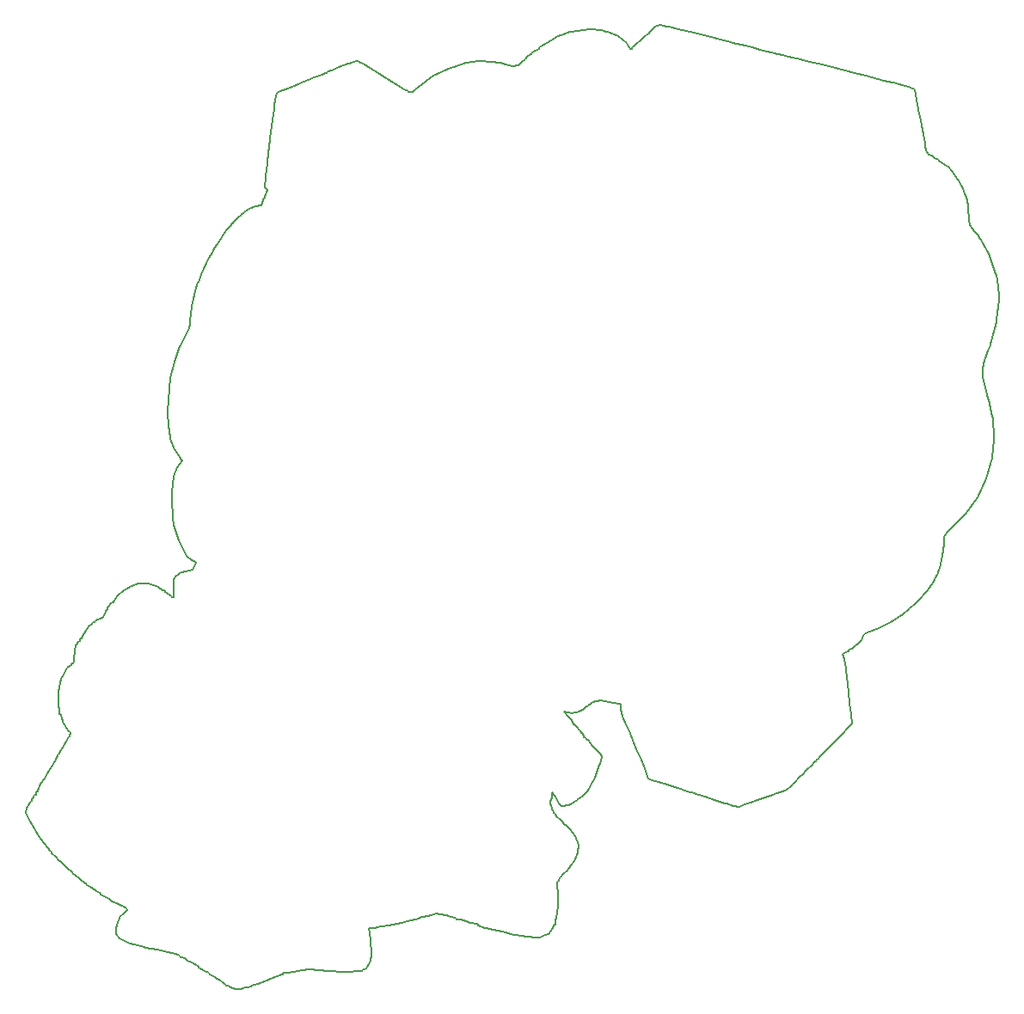
<source format=gbr>
%TF.GenerationSoftware,KiCad,Pcbnew,9.0.0*%
%TF.CreationDate,2025-12-18T00:51:24+08:00*%
%TF.ProjectId,hnr26-badge,686e7232-362d-4626-9164-67652e6b6963,0.0.14*%
%TF.SameCoordinates,Original*%
%TF.FileFunction,Profile,NP*%
%FSLAX46Y46*%
G04 Gerber Fmt 4.6, Leading zero omitted, Abs format (unit mm)*
G04 Created by KiCad (PCBNEW 9.0.0) date 2025-12-18 00:51:24*
%MOMM*%
%LPD*%
G01*
G04 APERTURE LIST*
%TA.AperFunction,Profile*%
%ADD10C,0.200000*%
%TD*%
G04 APERTURE END LIST*
D10*
X177595724Y-119985368D02*
X177393479Y-120235912D01*
X99556705Y-123666130D02*
X99711029Y-123375970D01*
X102130987Y-133508771D02*
X102001188Y-133421231D01*
X104995545Y-108354960D02*
X105031766Y-108204032D01*
X172024495Y-52895548D02*
X172499876Y-53014382D01*
X174695373Y-53551314D02*
X175854384Y-53833232D01*
X149139579Y-126128199D02*
X149133546Y-126508540D01*
X107147862Y-137333297D02*
X107410479Y-137091812D01*
X130544860Y-143128829D02*
X128886878Y-143216440D01*
X190035445Y-66816336D02*
X190222823Y-67715672D01*
X130399768Y-53634187D02*
X130483723Y-53650035D01*
X101327779Y-113580684D02*
X101513524Y-113255994D01*
X100745458Y-121685001D02*
X100842052Y-121443516D01*
X144647454Y-53827377D02*
X144732353Y-53823991D01*
X152312106Y-117356198D02*
X152194951Y-117420717D01*
X106058084Y-106761152D02*
X106096761Y-106677764D01*
X104077897Y-108741339D02*
X104222788Y-108741339D01*
X150854135Y-118035378D02*
X151213346Y-118426812D01*
X186167034Y-105731919D02*
X185362486Y-106616087D01*
X149332849Y-127190738D02*
X149429443Y-127577116D01*
X142086614Y-53497752D02*
X143409091Y-53538286D01*
X117214821Y-144529560D02*
X117166524Y-144432964D01*
X176974631Y-120664462D02*
X176882397Y-120754730D01*
X151590528Y-129808541D02*
X151856732Y-130645541D01*
X185991718Y-61543909D02*
X186036062Y-61809164D01*
X159068336Y-50402647D02*
X159304537Y-50181159D01*
X151494071Y-118817189D02*
X151795931Y-119173381D01*
X151460945Y-132267980D02*
X151104565Y-132733030D01*
X149624152Y-138001012D02*
X149625475Y-138117984D01*
X120885238Y-66915923D02*
X120981832Y-66915923D01*
X113755375Y-77701303D02*
X113772044Y-77581822D01*
X103809316Y-134815816D02*
X103498402Y-134628664D01*
X127115555Y-54648423D02*
X127115555Y-54551829D01*
X175854384Y-53833232D02*
X176850515Y-54089812D01*
X141991366Y-138637165D02*
X141991366Y-138492271D01*
X100648864Y-121733298D02*
X100745458Y-121685001D01*
X176882397Y-120754730D02*
X176787092Y-120849271D01*
X171483102Y-125563701D02*
X171149929Y-125678405D01*
X163230692Y-50690889D02*
X164551321Y-51021046D01*
X162568513Y-125388467D02*
X161754227Y-125122987D01*
X172901833Y-124824149D02*
X172805239Y-124824149D01*
X146911388Y-52951999D02*
X147016660Y-52873138D01*
X149912415Y-134242129D02*
X149815821Y-134290429D01*
X177903026Y-111958594D02*
X177939814Y-112067639D01*
X184058118Y-55896437D02*
X184158607Y-55921599D01*
X120643751Y-67688680D02*
X120885238Y-66915923D01*
X97412948Y-127577265D02*
X97569915Y-127000717D01*
X157428604Y-120857738D02*
X157067134Y-119951975D01*
X152840359Y-116966801D02*
X152718484Y-117068869D01*
X156190988Y-117917644D02*
X156139294Y-117810292D01*
X189610181Y-65836244D02*
X189999436Y-66722560D01*
X146174278Y-139677053D02*
X145794964Y-139603126D01*
X151848311Y-131417302D02*
X151554520Y-132117051D01*
X102782245Y-134058905D02*
X102290970Y-133614422D01*
X184061108Y-107769184D02*
X183913577Y-107871816D01*
X121735518Y-143767858D02*
X120962198Y-144096689D01*
X172765999Y-124911689D02*
X172350569Y-125254864D01*
X140778264Y-53646180D02*
X142086614Y-53497752D01*
X98137419Y-125983456D02*
X98234013Y-125983456D01*
X101125799Y-118551717D02*
X101083540Y-118400788D01*
X106180975Y-136347352D02*
X105924774Y-136218307D01*
X100117595Y-122747540D02*
X100214189Y-122506055D01*
X101798866Y-113024702D02*
X101904514Y-112991497D01*
X179180449Y-111011136D02*
X179095930Y-111098676D01*
X107886538Y-105181590D02*
X108569540Y-104974153D01*
X178455991Y-111590705D02*
X178356379Y-111626926D01*
X189981754Y-98113742D02*
X188513828Y-99549596D01*
X106540475Y-106097202D02*
X107120623Y-105650316D01*
X149839337Y-135367496D02*
X149874476Y-136644293D01*
X112819680Y-92803248D02*
X112745348Y-92726842D01*
X113768831Y-102648149D02*
X113308687Y-102191026D01*
X139703284Y-137897624D02*
X138996937Y-137719527D01*
X178685393Y-117492022D02*
X178701030Y-117633394D01*
X163759697Y-125774290D02*
X163437086Y-125671235D01*
X141309168Y-138401715D02*
X141136731Y-138350775D01*
X120981824Y-65901681D02*
X121050687Y-64907060D01*
X97827613Y-128244241D02*
X97412948Y-127577265D01*
X187740079Y-102262777D02*
X187439278Y-103428470D01*
X115723645Y-143533437D02*
X115572716Y-143467027D01*
X138996937Y-137622931D02*
X138812804Y-137607850D01*
X191696955Y-83800263D02*
X191683844Y-84624043D01*
X114425278Y-142633329D02*
X113785717Y-142307886D01*
X114523774Y-75081930D02*
X114724320Y-74438218D01*
X142812420Y-138878639D02*
X142670545Y-138863558D01*
X116082856Y-143732663D02*
X115723645Y-143533437D01*
X150435382Y-128606069D02*
X150673096Y-128790579D01*
X149236173Y-125500333D02*
X149236173Y-126128199D01*
X121072383Y-64745429D02*
X121141807Y-64235427D01*
X156583402Y-118823216D02*
X156243061Y-118031973D01*
X135084599Y-56532021D02*
X135586251Y-56486177D01*
X120042705Y-67786393D02*
X120643751Y-67688680D01*
X181441832Y-109369007D02*
X180306379Y-109719185D01*
X117501412Y-69777536D02*
X117570651Y-69686564D01*
X151409553Y-118642112D02*
X151409553Y-118787005D01*
X187288359Y-103854089D02*
X187254810Y-103947651D01*
X150932615Y-126762100D02*
X150202117Y-126900953D01*
X130483723Y-53650035D02*
X130795201Y-53815302D01*
X115427650Y-73001377D02*
X115512547Y-72844598D01*
X170984144Y-125735383D02*
X169504993Y-126271931D01*
X120962198Y-144096689D02*
X120331503Y-144402135D01*
X154017603Y-122699095D02*
X153921009Y-122699095D01*
X156243061Y-118031973D02*
X156190988Y-117917644D01*
X152309085Y-125832377D02*
X151699332Y-126273090D01*
X184206391Y-107666553D02*
X184061108Y-107769184D01*
X113281615Y-142000004D02*
X113157854Y-141969818D01*
X130795201Y-53815302D02*
X131350431Y-54152063D01*
X123675131Y-55969640D02*
X124489394Y-55635498D01*
X152423794Y-120091029D02*
X152517370Y-120106137D01*
X146627641Y-53199522D02*
X146724237Y-53199522D01*
X149332547Y-138878666D02*
X149293304Y-138990354D01*
X187439278Y-103428470D02*
X187400648Y-103539920D01*
X150541792Y-133418622D02*
X150284077Y-133665018D01*
X185440327Y-58692760D02*
X185477897Y-58889631D01*
X133201569Y-138670107D02*
X131897242Y-138782077D01*
X182609553Y-108741167D02*
X182496735Y-108813800D01*
X112030914Y-94307886D02*
X112332517Y-93540014D01*
X109197478Y-140714091D02*
X109118994Y-140710334D01*
X192214551Y-82031079D02*
X191953222Y-82766302D01*
X178411454Y-114880286D02*
X178488056Y-115644466D01*
X128310158Y-54086153D02*
X129162152Y-53742851D01*
X139866288Y-138009299D02*
X139866288Y-137912705D01*
X144647454Y-53730783D02*
X144647454Y-53827377D01*
X112674881Y-141728333D02*
X112626584Y-141583439D01*
X102332369Y-111227445D02*
X102387492Y-110963013D01*
X183725723Y-55811895D02*
X184058118Y-55896437D01*
X137842391Y-137459334D02*
X137403129Y-137574644D01*
X104416050Y-135256516D02*
X104416050Y-135159922D01*
X151648016Y-126387795D02*
X151190893Y-126623057D01*
X147207207Y-52716549D02*
X147539251Y-52469027D01*
X185027842Y-56433927D02*
X185050596Y-56552087D01*
X185169790Y-57208005D02*
X185187782Y-57309787D01*
X138996937Y-137719527D02*
X138996937Y-137622931D01*
X134713503Y-56253558D02*
X135084599Y-56435427D01*
X167061039Y-51643223D02*
X167912766Y-51864881D01*
X113658781Y-78999291D02*
X113755375Y-77701303D01*
X129252401Y-53706651D02*
X129516458Y-53601730D01*
X192535808Y-81071937D02*
X192463365Y-81317385D01*
X149627062Y-138233443D02*
X149574045Y-138540584D01*
X171208793Y-52692208D02*
X171486410Y-52761446D01*
X149565197Y-125910860D02*
X149500761Y-125805646D01*
X111696768Y-90714392D02*
X111660735Y-90580396D01*
X158203510Y-51196909D02*
X158296024Y-51109866D01*
X112674855Y-81439694D02*
X113545031Y-79795334D01*
X122678635Y-143432983D02*
X121735518Y-143767858D01*
X111838643Y-96000866D02*
X112030914Y-94307886D01*
X166488868Y-126645483D02*
X166294751Y-126583705D01*
X190723996Y-70151664D02*
X190868882Y-70199964D01*
X179421936Y-110866245D02*
X179180449Y-111011136D01*
X133056306Y-55226299D02*
X133620024Y-55571736D01*
X158798546Y-50736389D02*
X158798546Y-50639792D01*
X104310399Y-135144841D02*
X103809316Y-134815816D01*
X158346985Y-122997084D02*
X158035338Y-122294204D01*
X187343102Y-63293456D02*
X187472906Y-63330246D01*
X102870536Y-134127580D02*
X102782245Y-134058905D01*
X188513828Y-99549596D02*
X188105977Y-99908386D01*
X166294751Y-126583705D02*
X165784506Y-126420746D01*
X101904514Y-112991497D02*
X101952814Y-112846606D01*
X179727200Y-110527140D02*
X179421936Y-110866245D01*
X156727803Y-51817039D02*
X156963250Y-52281900D01*
X153297106Y-124385536D02*
X153246888Y-124488449D01*
X107120623Y-105650316D02*
X107265516Y-105538628D01*
X106347950Y-138685621D02*
X106444544Y-138685621D01*
X104802426Y-135546301D02*
X104802426Y-135449707D01*
X190382132Y-69593966D02*
X190639488Y-69973568D01*
X111705490Y-84726431D02*
X112065375Y-83109164D01*
X151554520Y-132117051D02*
X151460945Y-132267980D01*
X159443885Y-124395133D02*
X159126179Y-124305331D01*
X190310850Y-69143190D02*
X190382132Y-69593966D01*
X156963250Y-52281900D02*
X157156441Y-52233603D01*
X116310879Y-71453942D02*
X117214647Y-70151839D01*
X122012838Y-57252325D02*
X122157353Y-56583332D01*
X156625171Y-51702334D02*
X156727803Y-51817039D01*
X148062174Y-139836846D02*
X147639123Y-139856686D01*
X114220297Y-102897373D02*
X114096536Y-102809835D01*
X157067134Y-119951975D02*
X156867148Y-119511452D01*
X149812831Y-134697937D02*
X149811508Y-134812546D01*
X149293304Y-138990354D02*
X148994465Y-139361638D01*
X173132193Y-124592660D02*
X173046727Y-124679258D01*
X111994040Y-106124706D02*
X111982716Y-105556551D01*
X101056372Y-121088076D02*
X101255598Y-120761316D01*
X151928746Y-119306199D02*
X152037416Y-119414869D01*
X110514826Y-105238847D02*
X110694618Y-105457126D01*
X115572716Y-143467027D02*
X115524419Y-143322136D01*
X115930432Y-72074106D02*
X116248702Y-71552459D01*
X102677277Y-110576635D02*
X102822168Y-110576635D01*
X150347090Y-128591358D02*
X150435382Y-128606069D01*
X157542819Y-51798928D02*
X157766194Y-51599702D01*
X103498402Y-134628664D02*
X103450105Y-134532070D01*
X127264221Y-54496928D02*
X127465712Y-54422030D01*
X150284077Y-133665018D02*
X150161073Y-133784813D01*
X123046715Y-143309584D02*
X122769006Y-143322046D01*
X105641590Y-136014179D02*
X105312566Y-135811934D01*
X179051261Y-54634157D02*
X180136520Y-54909307D01*
X112626489Y-103911614D02*
X112754968Y-103832755D01*
X102387492Y-110963013D02*
X102484089Y-110914716D01*
X129672363Y-53539709D02*
X130037202Y-53461328D01*
X148897871Y-139458232D02*
X148606769Y-139560676D01*
X135084599Y-56435427D02*
X135084599Y-56532021D01*
X114510175Y-142645976D02*
X114425278Y-142633329D01*
X175123508Y-122457584D02*
X175087284Y-122541351D01*
X113650870Y-79348504D02*
X113654706Y-79180181D01*
X105031766Y-108204032D02*
X105285327Y-107727097D01*
X189558746Y-65732467D02*
X189610181Y-65836244D01*
X146482750Y-53344413D02*
X146579344Y-53344413D01*
X158477562Y-50937570D02*
X158798546Y-50736389D01*
X165784506Y-126420746D02*
X165278229Y-126259292D01*
X108617837Y-104925856D02*
X109510338Y-104915703D01*
X127115555Y-54551829D02*
X127264221Y-54496928D01*
X178757963Y-118145148D02*
X178770266Y-118254061D01*
X159126179Y-124305331D02*
X158750741Y-124147989D01*
X163437086Y-125671235D02*
X163291938Y-125624928D01*
X152879115Y-50337911D02*
X153051706Y-50338705D01*
X103208618Y-134387176D02*
X102870536Y-134127580D01*
X105469461Y-107455426D02*
X105526814Y-107340719D01*
X111805456Y-106278180D02*
X111998644Y-106278180D01*
X136147400Y-137961023D02*
X135074928Y-138229257D01*
X192076994Y-86282947D02*
X192221880Y-86765919D01*
X114026919Y-102760596D02*
X113768831Y-102648149D01*
X118518673Y-68702921D02*
X118615267Y-68702921D01*
X177876425Y-111880487D02*
X177903026Y-111958594D01*
X109510338Y-104915703D02*
X110356539Y-105167344D01*
X106444544Y-138685621D02*
X106459626Y-138519600D01*
X107410479Y-137091812D02*
X107313885Y-136898624D01*
X150048135Y-133892826D02*
X149912415Y-134242129D01*
X189296677Y-65265909D02*
X189558746Y-65732467D01*
X139866288Y-137912705D02*
X139703284Y-137897624D01*
X98747727Y-129794219D02*
X98372855Y-129245027D01*
X153679524Y-121395069D02*
X154085506Y-121818621D01*
X101807997Y-119994599D02*
X101856294Y-119559923D01*
X178600909Y-118980182D02*
X178410740Y-119167335D01*
X102146002Y-112798309D02*
X102162036Y-112617570D01*
X119183972Y-144736639D02*
X118663739Y-144770977D01*
X151213346Y-118426812D02*
X151264662Y-118642112D01*
X191683844Y-84624043D02*
X192076994Y-86282947D01*
X161754227Y-125122987D02*
X161654087Y-125090605D01*
X119629684Y-144674372D02*
X119282548Y-144722669D01*
X135745667Y-56353925D02*
X135826887Y-56288367D01*
X191548066Y-71102517D02*
X192130705Y-72183238D01*
X113308687Y-102191026D02*
X113233363Y-102080330D01*
X117383861Y-144577857D02*
X117214821Y-144529560D01*
X148185228Y-52010203D02*
X148740646Y-51657029D01*
X111979144Y-104610248D02*
X112134084Y-104298935D01*
X105768371Y-136077570D02*
X105641590Y-136014179D01*
X151940822Y-117579573D02*
X151188970Y-117702421D01*
X157766194Y-51599702D02*
X157887312Y-51490845D01*
X134269678Y-55966417D02*
X134713503Y-56253558D01*
X191953222Y-82766302D02*
X191894855Y-82935437D01*
X102001188Y-133324637D02*
X101915807Y-133286304D01*
X111177590Y-105795207D02*
X111313427Y-105837469D01*
X190723996Y-70055070D02*
X190723996Y-70151664D01*
X106830912Y-139989647D02*
X106694890Y-139908711D01*
X135586251Y-56486177D02*
X135745667Y-56353925D01*
X172878976Y-53109564D02*
X173421411Y-53238572D01*
X154050287Y-116487731D02*
X153278051Y-116613628D01*
X101856294Y-119559923D02*
X101663106Y-119463327D01*
X143409091Y-53538286D02*
X144647454Y-53730783D01*
X186349116Y-62715588D02*
X186715246Y-62810483D01*
X185030276Y-106950019D02*
X184589745Y-107340547D01*
X169504993Y-126271931D02*
X168836685Y-126500555D01*
X155760477Y-51009192D02*
X156625171Y-51702334D01*
X192646403Y-80700049D02*
X192535808Y-81071937D01*
X136147400Y-137864429D02*
X136147400Y-137961023D01*
X178745025Y-118028387D02*
X178757963Y-118145148D01*
X191146615Y-70559172D02*
X191225328Y-70666532D01*
X122157353Y-56583332D02*
X122479020Y-56435422D01*
X177393479Y-120235912D02*
X177296882Y-120235912D01*
X100310783Y-122457758D02*
X100648864Y-121733298D01*
X188115843Y-63776428D02*
X188260940Y-63891323D01*
X159426410Y-50060226D02*
X159538098Y-49945521D01*
X122754065Y-56328390D02*
X123039719Y-56224121D01*
X182851355Y-55590209D02*
X183499557Y-55754589D01*
X159304537Y-50181159D02*
X159426410Y-50060226D01*
X118213784Y-144871886D02*
X117746091Y-144819342D01*
X98894951Y-124697948D02*
X99270882Y-124152688D01*
X111660563Y-106133289D02*
X111805456Y-106181586D01*
X110356539Y-105167344D02*
X110514826Y-105238847D01*
X185252552Y-57680269D02*
X185440327Y-58692760D01*
X167912766Y-51864881D02*
X168323034Y-51964729D01*
X102315039Y-111340335D02*
X102332369Y-111227445D01*
X145414906Y-139530670D02*
X145290862Y-139506513D01*
X192819546Y-90778482D02*
X192655399Y-92464994D01*
X112332517Y-93540014D02*
X112819680Y-92803248D01*
X115512547Y-72844598D02*
X115651591Y-72589908D01*
X185187782Y-57309787D02*
X185252552Y-57680269D01*
X192062240Y-94573018D02*
X191172157Y-96433256D01*
X149574045Y-138540584D02*
X149477451Y-138540584D01*
X131897242Y-138878671D02*
X131269378Y-138926968D01*
X174277363Y-123409754D02*
X174175959Y-123510216D01*
X112754968Y-103832755D02*
X113233789Y-103761416D01*
X112772983Y-141770780D02*
X112674881Y-141728333D01*
X136151667Y-55995659D02*
X137605802Y-54927442D01*
X124489394Y-55635498D02*
X124657679Y-55566921D01*
X185098221Y-56812794D02*
X185169790Y-57208005D01*
X111480645Y-89394589D02*
X111452264Y-88193881D01*
X110761856Y-141076131D02*
X110380762Y-140979724D01*
X157156441Y-52137009D02*
X157319443Y-51989097D01*
X108123054Y-140518839D02*
X107718377Y-140436395D01*
X154314076Y-50467734D02*
X154596685Y-50543198D01*
X187472906Y-63330246D02*
X187874358Y-63574184D01*
X166225121Y-51439497D02*
X166906568Y-51605708D01*
X116248702Y-71552459D02*
X116310879Y-71453942D01*
X171149929Y-125678405D02*
X170984144Y-125735383D01*
X157156441Y-52233603D02*
X157156441Y-52137009D01*
X131329693Y-142301737D02*
X130979535Y-142887341D01*
X159538098Y-49945521D02*
X160054276Y-49915335D01*
X100917881Y-114324417D02*
X101158173Y-113933860D01*
X164297332Y-125946042D02*
X163759697Y-125774290D01*
X153099955Y-116758519D02*
X152840359Y-116966801D01*
X135074928Y-138229257D02*
X134482276Y-138379284D01*
X184444859Y-107485438D02*
X184206391Y-107666553D01*
X99664809Y-131042593D02*
X99248244Y-130523396D01*
X112065375Y-83109164D02*
X112626441Y-81549991D01*
X116538661Y-143998296D02*
X116248876Y-143853405D01*
X150377279Y-50813335D02*
X151080044Y-50588453D01*
X189155575Y-65064040D02*
X189296677Y-65265909D01*
X178488056Y-115644466D02*
X178503958Y-115801813D01*
X160649807Y-50047934D02*
X160802723Y-50083025D01*
X125237399Y-142986584D02*
X124773342Y-142999046D01*
X131473475Y-141543577D02*
X131365914Y-142066290D01*
X178503958Y-115801813D02*
X178685393Y-117492022D01*
X102580683Y-110673229D02*
X102677277Y-110576635D01*
X149625475Y-138117984D02*
X149627062Y-138233443D01*
X152520388Y-117241491D02*
X152430401Y-117290921D01*
X187873882Y-100385742D02*
X187849805Y-101061905D01*
X111660735Y-90580396D02*
X111480645Y-89394589D01*
X187400648Y-103539920D02*
X187288359Y-103854089D01*
X111313427Y-105837469D02*
X111660563Y-106133289D01*
X112143519Y-91837303D02*
X112071450Y-91713730D01*
X124773342Y-142999046D02*
X124623000Y-143002327D01*
X154596685Y-50543198D02*
X154737430Y-50580364D01*
X101321252Y-118991295D02*
X101125799Y-118551717D01*
X157427358Y-51897220D02*
X157542819Y-51798928D01*
X107313885Y-136898624D02*
X107072397Y-136802028D01*
X153278051Y-116613628D02*
X153099955Y-116758519D01*
X167108787Y-126858464D02*
X166488868Y-126645483D01*
X176850515Y-54089812D02*
X179051261Y-54634157D01*
X109197478Y-140810685D02*
X109197478Y-140714091D01*
X163291938Y-125624928D02*
X162568513Y-125388467D01*
X152182307Y-119559759D02*
X152182307Y-119656353D01*
X151699332Y-126273090D02*
X151648016Y-126387795D01*
X166906568Y-51605708D02*
X167061039Y-51643223D01*
X192655399Y-92464994D02*
X192629205Y-92597905D01*
X150161073Y-133784813D02*
X150048135Y-133892826D01*
X192248338Y-86856925D02*
X192656643Y-88504621D01*
X152616982Y-120139339D02*
X152665279Y-120284233D01*
X190222823Y-67715672D02*
X190241608Y-67873276D01*
X127228955Y-143079209D02*
X125377057Y-142983938D01*
X107718377Y-140436395D02*
X106830912Y-139989647D01*
X106096761Y-106677764D02*
X106540475Y-106097202D01*
X169032400Y-52133771D02*
X169207099Y-52177350D01*
X193041267Y-79105088D02*
X192946335Y-79521332D01*
X135826887Y-56288367D02*
X136151667Y-55995659D01*
X101915807Y-133286304D02*
X101628581Y-133068624D01*
X173674590Y-124003095D02*
X173132193Y-124592660D01*
X153051706Y-50338705D02*
X154210309Y-50446594D01*
X120331503Y-144402135D02*
X119629684Y-144577778D01*
X149815260Y-51026147D02*
X150201636Y-50881254D01*
X150959050Y-132955544D02*
X150665175Y-133298822D01*
X99972704Y-131489341D02*
X99972704Y-131344450D01*
X117842513Y-69475678D02*
X117875715Y-69397195D01*
X111982716Y-105556551D02*
X111976763Y-105311481D01*
X146579344Y-53344413D02*
X146627641Y-53199522D01*
X118953349Y-68316543D02*
X119267282Y-68140900D01*
X111998644Y-106278180D02*
X111994040Y-106124706D01*
X145179845Y-139485373D02*
X144937498Y-139361612D01*
X145922614Y-53856817D02*
X146383137Y-53444026D01*
X113157854Y-141969818D02*
X113109557Y-141873224D01*
X174731091Y-122959421D02*
X174543941Y-123037150D01*
X183499557Y-55754589D02*
X183725723Y-55811895D01*
X140445855Y-138154192D02*
X140445855Y-138057596D01*
X110380762Y-140979724D02*
X109197478Y-140810685D01*
X154210309Y-50446594D02*
X154314076Y-50467734D01*
X158798546Y-50639792D02*
X159068336Y-50402647D01*
X134482276Y-138379284D02*
X133201569Y-138670107D01*
X104222788Y-108741339D02*
X104271085Y-108596448D01*
X192221880Y-86765919D02*
X192248338Y-86856925D01*
X98636226Y-125299181D02*
X98894951Y-124697948D01*
X97944218Y-126369835D02*
X98040814Y-126369835D01*
X118663739Y-144867573D02*
X118313584Y-144870563D01*
X127465712Y-54422030D02*
X127562682Y-54386277D01*
X179988488Y-109898977D02*
X179928491Y-110128770D01*
X105333626Y-107533909D02*
X105430220Y-107533909D01*
X143122673Y-138975349D02*
X142812420Y-138878639D01*
X113943631Y-76920280D02*
X114069303Y-76454630D01*
X99270882Y-124152688D02*
X99480675Y-123807063D01*
X189999436Y-66722560D02*
X190035445Y-66816336D01*
X119629684Y-144577778D02*
X119629684Y-144674372D01*
X117570651Y-69686564D02*
X117745916Y-69475678D01*
X161748382Y-50320171D02*
X163230692Y-50690889D01*
X155997790Y-116806805D02*
X155864408Y-116792465D01*
X130544860Y-143032235D02*
X130544860Y-143128829D01*
X144732353Y-53823991D02*
X145371914Y-53923982D01*
X150114660Y-128211018D02*
X150347090Y-128446465D01*
X190997945Y-70356740D02*
X191070520Y-70454360D01*
X178356379Y-111626926D02*
X177876425Y-111880487D01*
X116248876Y-143853405D02*
X116082856Y-143732663D01*
X177939814Y-112067639D02*
X177975472Y-112172912D01*
X178455991Y-111494108D02*
X178455991Y-111590705D01*
X186826503Y-104735513D02*
X186167034Y-105731919D01*
X117745916Y-69475678D02*
X117842513Y-69475678D01*
X177257348Y-120323105D02*
X177060149Y-120579439D01*
X100643308Y-115840659D02*
X100648785Y-115599547D01*
X192463365Y-81317385D02*
X192427143Y-81441808D01*
X154844578Y-116634212D02*
X154050287Y-116487731D01*
X151190893Y-126623057D02*
X150932615Y-126762100D01*
X151205408Y-50551004D02*
X152879115Y-50337911D01*
X187849805Y-101061905D02*
X187740079Y-102262777D01*
X184493146Y-107340547D02*
X184444859Y-107485438D01*
X107072397Y-136802028D02*
X106180975Y-136347352D01*
X110887808Y-105505425D02*
X110887808Y-105602019D01*
X147639123Y-139856686D02*
X146174278Y-139677053D01*
X101255598Y-120761316D02*
X101469916Y-120477571D01*
X117601200Y-144722748D02*
X117552903Y-144626154D01*
X100645160Y-116263505D02*
X100644102Y-115942344D01*
X101469916Y-120477571D02*
X101614809Y-120139490D01*
X185050596Y-56552087D02*
X185073085Y-56679751D01*
X123879842Y-143177142D02*
X123161420Y-143303922D01*
X149139658Y-126900953D02*
X149236255Y-126997547D01*
X114096536Y-102809835D02*
X114026919Y-102760596D01*
X182496735Y-108813800D02*
X181441832Y-109369007D01*
X99972704Y-131344450D02*
X99827810Y-131296153D01*
X168323034Y-51964729D02*
X169032400Y-52133771D01*
X172499876Y-53014382D02*
X172605056Y-53040761D01*
X113772044Y-77581822D02*
X113943631Y-76920280D01*
X174543941Y-123037150D02*
X174506270Y-123122531D01*
X178701030Y-117633394D02*
X178745025Y-118028387D01*
X158391530Y-123103560D02*
X158346985Y-122997084D01*
X139582280Y-54020565D02*
X140778264Y-53646180D01*
X130399768Y-53537593D02*
X130399768Y-53634187D01*
X164551321Y-51021046D02*
X166225121Y-51439497D01*
X111129293Y-105650316D02*
X111177590Y-105795207D01*
X191172157Y-96433256D02*
X189981754Y-98113742D01*
X113233789Y-103761416D02*
X113914101Y-103620131D01*
X147979964Y-52136983D02*
X148185228Y-52010203D01*
X172350569Y-125254864D02*
X172220344Y-125304552D01*
X177975472Y-112172912D02*
X178021316Y-112315162D01*
X138812804Y-137607850D02*
X138290591Y-137496161D01*
X121911172Y-58185607D02*
X121948103Y-57896058D01*
X148606769Y-139560676D02*
X148438481Y-139676701D01*
X111842135Y-96503105D02*
X111838643Y-96000866D01*
X174833723Y-122856035D02*
X174731091Y-122959421D01*
X121948103Y-57896058D02*
X122012838Y-57252325D01*
X101614809Y-120139490D02*
X101711403Y-119994599D01*
X148994465Y-139361638D02*
X148897871Y-139458232D01*
X149719158Y-137912721D02*
X149622564Y-137912721D01*
X105593222Y-107192809D02*
X105864896Y-106906043D01*
X121231800Y-63569831D02*
X121254289Y-63403152D01*
X173046727Y-124679258D02*
X172950130Y-124679258D01*
X105430220Y-107533909D02*
X105469461Y-107455426D01*
X121254289Y-63403152D02*
X121449438Y-61830383D01*
X123039719Y-56224121D02*
X123675131Y-55969640D01*
X102290970Y-133614422D02*
X102130987Y-133508771D01*
X168014004Y-126800563D02*
X167878921Y-126852633D01*
X112433394Y-141535142D02*
X112203982Y-141447605D01*
X149574333Y-127625413D02*
X149719227Y-127866898D01*
X103981303Y-108886233D02*
X104077897Y-108741339D01*
X147539251Y-52469027D02*
X147634527Y-52400542D01*
X100897332Y-132364918D02*
X100679051Y-132177577D01*
X117746091Y-144722748D02*
X117601200Y-144722748D01*
X151080044Y-50588453D02*
X151205408Y-50551004D01*
X112203982Y-141447605D02*
X110761856Y-141076131D01*
X98427190Y-125741969D02*
X98475487Y-125452187D01*
X185845879Y-60685406D02*
X185991718Y-61543909D01*
X140845627Y-138246257D02*
X140445855Y-138154192D01*
X109118994Y-140710334D02*
X108123054Y-140518839D01*
X98282299Y-125790268D02*
X98427190Y-125741969D01*
X192819546Y-90647812D02*
X192819546Y-90778482D01*
X173421411Y-53238572D02*
X174695373Y-53551314D01*
X138290591Y-137496161D02*
X137842391Y-137459334D01*
X104416050Y-135159922D02*
X104310399Y-135144841D01*
X152430401Y-117290921D02*
X152312106Y-117356198D01*
X152194951Y-117420717D02*
X151940822Y-117579573D01*
X145290862Y-139506513D02*
X145179845Y-139485373D01*
X149133546Y-126508540D02*
X149131165Y-126617773D01*
X193300003Y-76974689D02*
X193073123Y-78962895D01*
X100679051Y-132177577D02*
X100383228Y-131848552D01*
X102822168Y-110576635D02*
X102822168Y-110383447D01*
X174175959Y-123510216D02*
X174070023Y-123613700D01*
X106459626Y-138519600D02*
X106551817Y-138086911D01*
X137403129Y-137574644D02*
X136147400Y-137864429D01*
X188105977Y-99908386D02*
X187873882Y-100385742D01*
X121536385Y-61100621D02*
X121781881Y-59174145D01*
X115093704Y-143078384D02*
X114510175Y-142742570D01*
X98620378Y-125403890D02*
X98636226Y-125299181D01*
X153199568Y-120839651D02*
X153679524Y-121395069D01*
X132144129Y-54636168D02*
X132917262Y-55137439D01*
X97569915Y-127000717D02*
X97634626Y-126934119D01*
X176184237Y-121444733D02*
X175997166Y-121629227D01*
X121781881Y-59174145D02*
X121911172Y-58185607D01*
X152873747Y-125153198D02*
X152710557Y-125442982D01*
X156027412Y-117104043D02*
X155997790Y-116806805D01*
X101663106Y-119463327D02*
X101425392Y-119171656D01*
X151188970Y-117702421D02*
X150443608Y-117579573D01*
X148438481Y-139676701D02*
X148062174Y-139836846D01*
X99827810Y-131296153D02*
X99664809Y-131042593D01*
X161654087Y-125090605D02*
X160325825Y-124678374D01*
X158603400Y-123705574D02*
X158391530Y-123103560D01*
X175368012Y-122258358D02*
X175268399Y-122457584D01*
X175268399Y-122457584D02*
X175123508Y-122457584D01*
X149622564Y-137912721D02*
X149624152Y-138001012D01*
X131365914Y-142066290D02*
X131329693Y-142301737D01*
X130037202Y-53461328D02*
X130399768Y-53537593D01*
X193236189Y-75597694D02*
X193300003Y-76633721D01*
X100793755Y-117772925D02*
X100745458Y-117145061D01*
X141136731Y-138350775D02*
X140845627Y-138246257D01*
X188644109Y-64313736D02*
X188706551Y-64396074D01*
X144665827Y-139310296D02*
X144357931Y-139216721D01*
X121514398Y-61284199D02*
X121536385Y-61100621D01*
X108569540Y-104974153D02*
X108617837Y-104925856D01*
X181978126Y-55374780D02*
X182754862Y-55565894D01*
X142670545Y-138863558D02*
X141991366Y-138637165D01*
X117552903Y-144626154D02*
X117383861Y-144577857D01*
X100768210Y-115095257D02*
X100814620Y-114777173D01*
X146724237Y-53102928D02*
X146911388Y-52951999D01*
X155864408Y-116792465D02*
X154844578Y-116634212D01*
X146383137Y-53444026D02*
X146482750Y-53344413D01*
X114775520Y-74311356D02*
X115427650Y-73001377D01*
X154737430Y-50580364D02*
X155760477Y-51009192D01*
X151017216Y-129137714D02*
X151590528Y-129808541D01*
X152520388Y-117144897D02*
X152520388Y-117241491D01*
X98040814Y-126369835D02*
X98061954Y-126258146D01*
X187343102Y-63196862D02*
X187343102Y-63293456D01*
X149236173Y-126128199D02*
X149139579Y-126128199D01*
X152037416Y-119511462D02*
X152182307Y-119559759D01*
X120990881Y-66801218D02*
X121271609Y-66143168D01*
X106694890Y-139908711D02*
X106364355Y-139476867D01*
X145794964Y-139603126D02*
X145544232Y-139554826D01*
X105285327Y-107727097D02*
X105333626Y-107533909D01*
X186956731Y-63003674D02*
X187343102Y-63196862D01*
X178827156Y-118612915D02*
X178842396Y-118738695D01*
X177060149Y-120579439D02*
X176974631Y-120664462D01*
X98372855Y-129245027D02*
X97827613Y-128244241D01*
X187254810Y-103947651D02*
X186956308Y-104491009D01*
X176787092Y-120849271D02*
X176484885Y-121147522D01*
X175087284Y-122541351D02*
X174833723Y-122856035D01*
X104802426Y-135449707D02*
X104690740Y-135407445D01*
X149811508Y-134812546D02*
X149839337Y-135367496D01*
X98234013Y-125983456D02*
X98249094Y-125889881D01*
X151856732Y-130645541D02*
X151848311Y-131417302D01*
X150665175Y-133298822D02*
X150541792Y-133418622D01*
X149429443Y-127577116D02*
X149574333Y-127625413D01*
X102484089Y-110914716D02*
X102580683Y-110673229D01*
X106830912Y-137574785D02*
X106975803Y-137526488D01*
X151795931Y-119173381D02*
X151928746Y-119306199D01*
X131897242Y-138782077D02*
X131897242Y-138878671D01*
X192427143Y-81441808D02*
X192214551Y-82031079D01*
X106364355Y-139476867D02*
X106347950Y-138685621D01*
X191225328Y-70666532D02*
X191379606Y-70878389D01*
X131365972Y-140019693D02*
X131471623Y-141438424D01*
X114510175Y-142742570D02*
X114510175Y-142645976D01*
X105312566Y-135811934D02*
X104802426Y-135546301D01*
X178310561Y-119267324D02*
X177988137Y-119630117D01*
X113233363Y-102080330D02*
X112480228Y-100693133D01*
X191379606Y-70878389D02*
X191548066Y-71102517D01*
X122479020Y-56435422D02*
X122754065Y-56328390D01*
X158035338Y-122294204D02*
X157670092Y-121404101D01*
X182754862Y-55565894D02*
X182851355Y-55590209D01*
X119484618Y-68010725D02*
X120042705Y-67786393D01*
X192892757Y-79757912D02*
X192646403Y-80700049D01*
X175413292Y-122167802D02*
X175368012Y-122258358D01*
X131471623Y-141438424D02*
X131473475Y-141543577D01*
X192656643Y-88504621D02*
X192678868Y-88618312D01*
X153921009Y-122699095D02*
X153903652Y-122796631D01*
X169745353Y-52319601D02*
X171208793Y-52692208D01*
X113785717Y-142307886D02*
X113399339Y-142114698D01*
X167743843Y-126913759D02*
X167108787Y-126858464D01*
X117021633Y-144288073D02*
X116915983Y-144279024D01*
X112626584Y-141583439D02*
X112433394Y-141535142D01*
X160802723Y-50083025D02*
X161748382Y-50320171D01*
X149815821Y-134290429D02*
X149812831Y-134697937D01*
X186715246Y-62810483D02*
X186956731Y-63003674D01*
X111805456Y-106181586D02*
X111805456Y-106278180D01*
X174070023Y-123613700D02*
X173965788Y-123716610D01*
X149459327Y-138655291D02*
X149332547Y-138878666D01*
X111452264Y-88193881D02*
X111452529Y-88029279D01*
X177731558Y-119897830D02*
X177634964Y-119897830D01*
X141843835Y-138497933D02*
X141309168Y-138401715D01*
X118615267Y-68606327D02*
X118905052Y-68413137D01*
X152327201Y-119704650D02*
X152423794Y-120091029D01*
X105864896Y-106906043D02*
X105913193Y-106761152D01*
X111968439Y-98716644D02*
X111950368Y-98609649D01*
X153903652Y-122796631D02*
X153459735Y-124065944D01*
X192130705Y-72183238D02*
X192237437Y-72412015D01*
X119282548Y-144722669D02*
X119183972Y-144736639D01*
X100648864Y-117145061D02*
X100646218Y-116487398D01*
X139241748Y-54170928D02*
X139582280Y-54020565D01*
X175509886Y-122167802D02*
X175413292Y-122167802D01*
X100745458Y-117145061D02*
X100648864Y-117145061D01*
X103000264Y-110138940D02*
X103368719Y-109602199D01*
X153149704Y-124689188D02*
X152873747Y-125153198D01*
X152665279Y-120284233D02*
X152876938Y-120457421D01*
X112071450Y-91713730D02*
X111696768Y-90714392D01*
X101083540Y-118400788D02*
X100986943Y-118352491D01*
X147207207Y-52813143D02*
X147207207Y-52716549D01*
X148740646Y-51657029D02*
X149581699Y-51192546D01*
X100383228Y-131848552D02*
X99972704Y-131489341D01*
X185477897Y-58889631D02*
X185679854Y-59825675D01*
X119267282Y-68140900D02*
X119484618Y-68010725D01*
X152517370Y-120106137D02*
X152616982Y-120139339D01*
X193025551Y-74579659D02*
X193236189Y-75597694D01*
X156867148Y-119511452D02*
X156583402Y-118823216D01*
X117875715Y-69397195D02*
X118518673Y-68702921D01*
X153246888Y-124488449D02*
X153149704Y-124689188D01*
X179095930Y-111098676D02*
X178802784Y-111354202D01*
X113654706Y-79180181D02*
X113658781Y-78999291D01*
X116915983Y-144279024D02*
X116538661Y-143998296D01*
X140445855Y-138057596D02*
X139866288Y-138009299D01*
X175615598Y-122044062D02*
X175509886Y-122167802D01*
X152576043Y-125591834D02*
X152309085Y-125832377D01*
X104690740Y-135407445D02*
X104416050Y-135256516D01*
X124657679Y-55566921D02*
X125512997Y-55221859D01*
X180306379Y-109719185D02*
X179988488Y-109898977D01*
X175997166Y-121629227D02*
X175615598Y-122044062D01*
X185362486Y-106616087D02*
X185030276Y-106950019D01*
X185073085Y-56679751D02*
X185098221Y-56812794D01*
X192629205Y-92597905D02*
X192062240Y-94573018D01*
X128886878Y-143216440D02*
X127228955Y-143079209D01*
X188706551Y-64396074D02*
X189155575Y-65064040D01*
X124623000Y-143002327D02*
X123879842Y-143177142D01*
X101711403Y-119994599D02*
X101807997Y-119994599D01*
X153459735Y-124065944D02*
X153297106Y-124385536D01*
X106975803Y-137526488D02*
X107147862Y-137333297D01*
X100697082Y-115551250D02*
X100742360Y-115267506D01*
X168836685Y-126500555D02*
X168014004Y-126800563D01*
X113399339Y-142018102D02*
X113281615Y-142000004D01*
X190868882Y-70199964D02*
X190997945Y-70356740D01*
X177988137Y-119630117D02*
X177731558Y-119897830D01*
X192237437Y-72412015D02*
X192984911Y-74438046D01*
X157670092Y-121404101D02*
X157428604Y-120857738D01*
X121449438Y-61830383D02*
X121514398Y-61284199D01*
X133620024Y-55571736D02*
X134169970Y-55904158D01*
X110887808Y-105602019D02*
X111129293Y-105650316D01*
X100842052Y-121443516D02*
X101056372Y-121088076D01*
X122769006Y-143418643D02*
X122678635Y-143432983D01*
X102918764Y-110335150D02*
X103000264Y-110138940D01*
X147979964Y-52233577D02*
X147979964Y-52136983D01*
X117356334Y-69966006D02*
X117501412Y-69777536D01*
X176484885Y-121147522D02*
X176184237Y-121444733D01*
X174506270Y-123122531D02*
X174277363Y-123409754D01*
X126922367Y-54648423D02*
X127115555Y-54648423D01*
X100890349Y-117772925D02*
X100793755Y-117772925D01*
X117214647Y-70151839D02*
X117356334Y-69966006D01*
X99711029Y-123375970D02*
X100117595Y-122747540D01*
X112134084Y-104298935D02*
X112626489Y-103911614D01*
X123161420Y-143303922D02*
X123046715Y-143309584D01*
X172220344Y-125304552D02*
X171483102Y-125563701D01*
X106551817Y-138086911D02*
X106782615Y-137719676D01*
X152710557Y-125442982D02*
X152576043Y-125591834D01*
X101952814Y-112846606D02*
X102146002Y-112798309D01*
X126632394Y-54800484D02*
X126922367Y-54648423D01*
X99248244Y-130523396D02*
X98747727Y-129794219D01*
X185679854Y-59825675D02*
X185845879Y-60685406D01*
X150201636Y-50881254D02*
X150377279Y-50813335D01*
X101424638Y-132874870D02*
X101321723Y-132777614D01*
X191894855Y-82935437D02*
X191696955Y-83800263D01*
X125847752Y-55086118D02*
X126632394Y-54800484D01*
X144937498Y-139361612D02*
X144665827Y-139310296D01*
X169207099Y-52177350D02*
X169745353Y-52319601D01*
X117166524Y-144432964D02*
X117021633Y-144384667D01*
X129516458Y-53601730D02*
X129672363Y-53539709D01*
X104271085Y-108596448D02*
X104995545Y-108354960D01*
X190639488Y-69973568D02*
X190723996Y-70055070D01*
X149236255Y-127190738D02*
X149332849Y-127190738D01*
X154147402Y-122074248D02*
X154017603Y-122699095D01*
X147634527Y-52400542D02*
X147979964Y-52233577D01*
X188260940Y-63891323D02*
X188644109Y-64313736D01*
X172805239Y-124824149D02*
X172765999Y-124911689D01*
X149131165Y-126617773D02*
X149139658Y-126900953D01*
X144357931Y-139216721D02*
X143122673Y-138975349D01*
X177634964Y-119897830D02*
X177595724Y-119985368D01*
X146724237Y-53199522D02*
X146724237Y-53102928D01*
X184976539Y-56242060D02*
X185027842Y-56433927D01*
X100648785Y-115599547D02*
X100697082Y-115551250D01*
X157887312Y-51490845D02*
X158203510Y-51196909D01*
X115865342Y-72195417D02*
X115930432Y-72074106D01*
X156040059Y-117226389D02*
X156027412Y-117104043D01*
X122769006Y-143322046D02*
X122769006Y-143418643D01*
X178240542Y-113313934D02*
X178258560Y-113459460D01*
X131269378Y-138926968D02*
X131365972Y-140019693D01*
X186956308Y-104491009D02*
X186826503Y-104735513D01*
X111452529Y-88029279D02*
X111705490Y-84726431D01*
X186116349Y-62299301D02*
X186349116Y-62715588D01*
X101158173Y-113933860D02*
X101327779Y-113580684D01*
X121050687Y-64907060D02*
X121072383Y-64745429D01*
X129162152Y-53742851D02*
X129252401Y-53706651D01*
X98249094Y-125889881D02*
X98282299Y-125790268D01*
X100644102Y-115942344D02*
X100643308Y-115840659D01*
X99480675Y-123807063D02*
X99556705Y-123666130D01*
X149236255Y-126997547D02*
X149236255Y-127190738D01*
X105924774Y-136218307D02*
X105768371Y-136077570D01*
X125512997Y-55221859D02*
X125847752Y-55086118D01*
X100646218Y-116487398D02*
X100645160Y-116263505D01*
X107265516Y-105538628D02*
X107886538Y-105181590D01*
X100814620Y-114777173D02*
X100917881Y-114324417D01*
X172950130Y-124679258D02*
X172901833Y-124824149D01*
X98061954Y-126258146D02*
X98137419Y-125983456D01*
X180136520Y-54909307D02*
X181978126Y-55374780D01*
X121271609Y-66143168D02*
X120981824Y-65901681D01*
X101321723Y-132777614D02*
X100897332Y-132364918D01*
X100986943Y-118352491D02*
X100890349Y-117772925D01*
X145371914Y-53923982D02*
X145922614Y-53856817D01*
X113914101Y-103620131D02*
X114220297Y-102897373D01*
X158296024Y-51109866D02*
X158477562Y-50937570D01*
X192678868Y-88618312D02*
X192819546Y-90647812D01*
X186036062Y-61809164D02*
X186116349Y-62299301D01*
X149581699Y-51192546D02*
X149815260Y-51026147D01*
X134169970Y-55904158D02*
X134269678Y-55966417D01*
X149719227Y-127866898D02*
X150114660Y-128211018D01*
X132917262Y-55137439D02*
X133056306Y-55226299D01*
X178781696Y-118355341D02*
X178827156Y-118612915D01*
X178802784Y-111354202D02*
X178455991Y-111494108D01*
X97634626Y-126934119D02*
X97944218Y-126369835D01*
X118663739Y-144770977D02*
X118663739Y-144867573D01*
X114069303Y-76454630D02*
X114413422Y-75223051D01*
X120981832Y-66915923D02*
X120990881Y-66801218D01*
X183781153Y-107965391D02*
X182609553Y-108741167D01*
X152037416Y-119414869D02*
X152037416Y-119511462D01*
X152876938Y-120457421D02*
X153199568Y-120839651D01*
X100214189Y-122506055D02*
X100310783Y-122457758D01*
X121141807Y-64235427D02*
X121231800Y-63569831D01*
X187874358Y-63574184D02*
X187992097Y-63671722D01*
X114724320Y-74438218D02*
X114775520Y-74311356D01*
X111976763Y-105311481D02*
X111979144Y-104610248D01*
X190241608Y-67873276D02*
X190310850Y-69143190D01*
X179928491Y-110128770D02*
X179727200Y-110527140D01*
X98475487Y-125452187D02*
X98620378Y-125403890D01*
X150202117Y-126900953D02*
X149957614Y-126577966D01*
X127562682Y-54386277D02*
X128310158Y-54086153D01*
X178842396Y-118738695D02*
X178600909Y-118980182D01*
X177296882Y-120235912D02*
X177257348Y-120323105D01*
X113545031Y-79795334D02*
X113650870Y-79348504D01*
X117746091Y-144819342D02*
X117746091Y-144722748D01*
X102001188Y-133421231D02*
X102001188Y-133324637D01*
X113399339Y-142114698D02*
X113399339Y-142018102D01*
X172605056Y-53040761D02*
X172878976Y-53109564D01*
X157319443Y-51989097D02*
X157427358Y-51897220D01*
X118905052Y-68413137D02*
X118953349Y-68316543D01*
X115524419Y-143322136D02*
X115093704Y-143078384D01*
X111950368Y-98609649D02*
X111842135Y-96503105D01*
X173965788Y-123716610D02*
X173674590Y-124003095D01*
X151409553Y-118787005D02*
X151494071Y-118817189D01*
X101513524Y-113255994D02*
X101798866Y-113024702D01*
X141991366Y-138492271D02*
X141843835Y-138497933D01*
X178770266Y-118254061D02*
X178781696Y-118355341D01*
X152182307Y-119656353D02*
X152327201Y-119704650D01*
X114413422Y-75223051D02*
X114510016Y-75223051D01*
X125377057Y-142983938D02*
X125237399Y-142986584D01*
X178021316Y-112315162D02*
X178054878Y-112416571D01*
X105526814Y-107340719D02*
X105593222Y-107192809D01*
X160325825Y-124678374D02*
X159443885Y-124395133D01*
X106782615Y-137719676D02*
X106830912Y-137574785D01*
X112046923Y-99178484D02*
X112008246Y-98953789D01*
X114510016Y-75223051D02*
X114523774Y-75081930D01*
X152718484Y-117068869D02*
X152520388Y-117144897D01*
X193073123Y-78962895D02*
X193041267Y-79105088D01*
X101528119Y-132973821D02*
X101424638Y-132874870D01*
X115790822Y-72333704D02*
X115865342Y-72195417D01*
X158750741Y-124147989D02*
X158603400Y-123705574D01*
X156139294Y-117810292D02*
X156040059Y-117226389D01*
X103368719Y-109602199D02*
X103661332Y-109200163D01*
X167878921Y-126852633D02*
X167743843Y-126913759D01*
X149874476Y-136644293D02*
X149719158Y-137912721D01*
X103450105Y-134532070D02*
X103208618Y-134387176D01*
X145544232Y-139554826D02*
X145414906Y-139530670D01*
X131350431Y-54152063D02*
X132144129Y-54636168D01*
X147016660Y-52873138D02*
X147207207Y-52813143D01*
X105913193Y-106761152D02*
X106058084Y-106761152D01*
X118313584Y-144870563D02*
X118213784Y-144871886D01*
X102822168Y-110383447D02*
X102918764Y-110335150D01*
X101425392Y-119171656D02*
X101321252Y-118991295D01*
X130979535Y-142887341D02*
X130544860Y-143032235D01*
X102162036Y-112617570D02*
X102315039Y-111340335D01*
X112745348Y-92726842D02*
X112143519Y-91837303D01*
X160189028Y-49943132D02*
X160649807Y-50047934D01*
X187992097Y-63671722D02*
X188115843Y-63776428D01*
X112008246Y-98953789D02*
X111968439Y-98716644D01*
X149957614Y-126577966D02*
X149565197Y-125910860D01*
X193300003Y-76633721D02*
X193300003Y-76974689D01*
X184589745Y-107340547D02*
X184493146Y-107340547D01*
X178054878Y-112416571D02*
X178240542Y-113313934D01*
X191070520Y-70454360D02*
X191146615Y-70559172D01*
X151104565Y-132733030D02*
X150959050Y-132955544D01*
X178410740Y-119167335D02*
X178310561Y-119267324D01*
X150347090Y-128446465D02*
X150347090Y-128591358D01*
X117021633Y-144384667D02*
X117021633Y-144288073D01*
X184158607Y-55921599D02*
X184976539Y-56242060D01*
X165278229Y-126259292D02*
X164297332Y-125946042D01*
X178258560Y-113459460D02*
X178411454Y-114880286D01*
X115651591Y-72589908D02*
X115790822Y-72333704D01*
X149477451Y-138540584D02*
X149459327Y-138655291D01*
X112626441Y-81549991D02*
X112674855Y-81439694D01*
X192984911Y-74438046D02*
X193025551Y-74579659D01*
X154085506Y-121818621D02*
X154147402Y-122074248D01*
X112480228Y-100693133D02*
X112046923Y-99178484D01*
X192946335Y-79521332D02*
X192892757Y-79757912D01*
X118615267Y-68702921D02*
X118615267Y-68606327D01*
X101628581Y-133068624D02*
X101528119Y-132973821D01*
X100742360Y-115267506D02*
X100768210Y-115095257D01*
X150443608Y-117579573D02*
X150854135Y-118035378D01*
X183913577Y-107871816D02*
X183781153Y-107965391D01*
X149500761Y-125805646D02*
X149236173Y-125500333D01*
X151264662Y-118642112D02*
X151409553Y-118642112D01*
X113109557Y-141873224D02*
X112772983Y-141770780D01*
X110694618Y-105457126D02*
X110887808Y-105505425D01*
X160055149Y-49915115D02*
X160189028Y-49943132D01*
X103661332Y-109200163D02*
X103981303Y-108886233D01*
X171486410Y-52761446D02*
X172024495Y-52895548D01*
X137605802Y-54927442D02*
X139241748Y-54170928D01*
X150673096Y-128790579D02*
X151017216Y-129137714D01*
M02*

</source>
